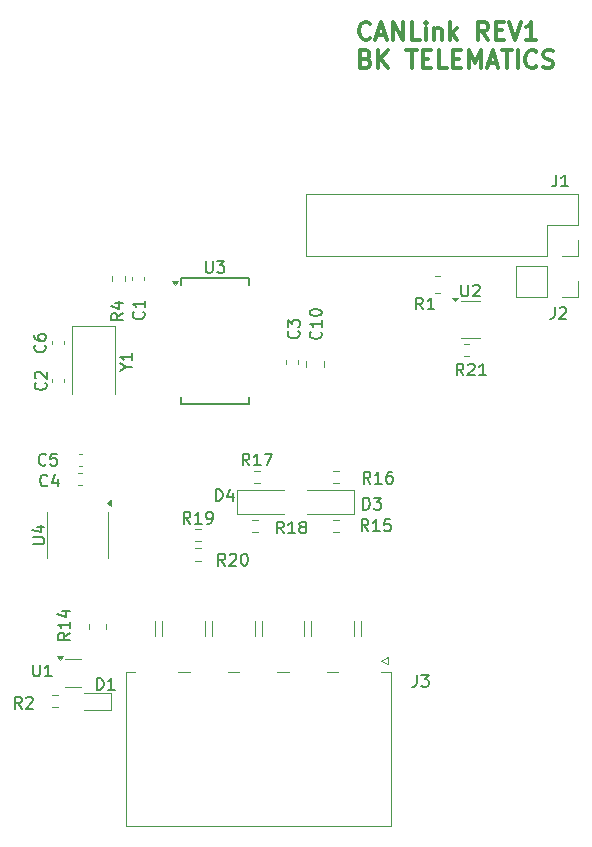
<source format=gbr>
G04 #@! TF.GenerationSoftware,KiCad,Pcbnew,9.0.0-rc2-6-ga1fa0bdb0b*
G04 #@! TF.CreationDate,2025-02-11T11:14:17+02:00*
G04 #@! TF.ProjectId,can_link_r1,63616e5f-6c69-46e6-9b5f-72312e6b6963,Rev 4*
G04 #@! TF.SameCoordinates,Original*
G04 #@! TF.FileFunction,Legend,Top*
G04 #@! TF.FilePolarity,Positive*
%FSLAX46Y46*%
G04 Gerber Fmt 4.6, Leading zero omitted, Abs format (unit mm)*
G04 Created by KiCad (PCBNEW 9.0.0-rc2-6-ga1fa0bdb0b) date 2025-02-11 11:14:17*
%MOMM*%
%LPD*%
G01*
G04 APERTURE LIST*
%ADD10C,0.300000*%
%ADD11C,0.150000*%
%ADD12C,0.120000*%
G04 APERTURE END LIST*
D10*
X173011653Y-76278013D02*
X172940225Y-76349442D01*
X172940225Y-76349442D02*
X172725939Y-76420870D01*
X172725939Y-76420870D02*
X172583082Y-76420870D01*
X172583082Y-76420870D02*
X172368796Y-76349442D01*
X172368796Y-76349442D02*
X172225939Y-76206584D01*
X172225939Y-76206584D02*
X172154510Y-76063727D01*
X172154510Y-76063727D02*
X172083082Y-75778013D01*
X172083082Y-75778013D02*
X172083082Y-75563727D01*
X172083082Y-75563727D02*
X172154510Y-75278013D01*
X172154510Y-75278013D02*
X172225939Y-75135156D01*
X172225939Y-75135156D02*
X172368796Y-74992299D01*
X172368796Y-74992299D02*
X172583082Y-74920870D01*
X172583082Y-74920870D02*
X172725939Y-74920870D01*
X172725939Y-74920870D02*
X172940225Y-74992299D01*
X172940225Y-74992299D02*
X173011653Y-75063727D01*
X173583082Y-75992299D02*
X174297368Y-75992299D01*
X173440225Y-76420870D02*
X173940225Y-74920870D01*
X173940225Y-74920870D02*
X174440225Y-76420870D01*
X174940224Y-76420870D02*
X174940224Y-74920870D01*
X174940224Y-74920870D02*
X175797367Y-76420870D01*
X175797367Y-76420870D02*
X175797367Y-74920870D01*
X177225939Y-76420870D02*
X176511653Y-76420870D01*
X176511653Y-76420870D02*
X176511653Y-74920870D01*
X177725939Y-76420870D02*
X177725939Y-75420870D01*
X177725939Y-74920870D02*
X177654511Y-74992299D01*
X177654511Y-74992299D02*
X177725939Y-75063727D01*
X177725939Y-75063727D02*
X177797368Y-74992299D01*
X177797368Y-74992299D02*
X177725939Y-74920870D01*
X177725939Y-74920870D02*
X177725939Y-75063727D01*
X178440225Y-75420870D02*
X178440225Y-76420870D01*
X178440225Y-75563727D02*
X178511654Y-75492299D01*
X178511654Y-75492299D02*
X178654511Y-75420870D01*
X178654511Y-75420870D02*
X178868797Y-75420870D01*
X178868797Y-75420870D02*
X179011654Y-75492299D01*
X179011654Y-75492299D02*
X179083083Y-75635156D01*
X179083083Y-75635156D02*
X179083083Y-76420870D01*
X179797368Y-76420870D02*
X179797368Y-74920870D01*
X179940226Y-75849442D02*
X180368797Y-76420870D01*
X180368797Y-75420870D02*
X179797368Y-75992299D01*
X183011654Y-76420870D02*
X182511654Y-75706584D01*
X182154511Y-76420870D02*
X182154511Y-74920870D01*
X182154511Y-74920870D02*
X182725940Y-74920870D01*
X182725940Y-74920870D02*
X182868797Y-74992299D01*
X182868797Y-74992299D02*
X182940226Y-75063727D01*
X182940226Y-75063727D02*
X183011654Y-75206584D01*
X183011654Y-75206584D02*
X183011654Y-75420870D01*
X183011654Y-75420870D02*
X182940226Y-75563727D01*
X182940226Y-75563727D02*
X182868797Y-75635156D01*
X182868797Y-75635156D02*
X182725940Y-75706584D01*
X182725940Y-75706584D02*
X182154511Y-75706584D01*
X183654511Y-75635156D02*
X184154511Y-75635156D01*
X184368797Y-76420870D02*
X183654511Y-76420870D01*
X183654511Y-76420870D02*
X183654511Y-74920870D01*
X183654511Y-74920870D02*
X184368797Y-74920870D01*
X184797369Y-74920870D02*
X185297369Y-76420870D01*
X185297369Y-76420870D02*
X185797369Y-74920870D01*
X187083083Y-76420870D02*
X186225940Y-76420870D01*
X186654511Y-76420870D02*
X186654511Y-74920870D01*
X186654511Y-74920870D02*
X186511654Y-75135156D01*
X186511654Y-75135156D02*
X186368797Y-75278013D01*
X186368797Y-75278013D02*
X186225940Y-75349442D01*
X172654510Y-78050072D02*
X172868796Y-78121500D01*
X172868796Y-78121500D02*
X172940225Y-78192929D01*
X172940225Y-78192929D02*
X173011653Y-78335786D01*
X173011653Y-78335786D02*
X173011653Y-78550072D01*
X173011653Y-78550072D02*
X172940225Y-78692929D01*
X172940225Y-78692929D02*
X172868796Y-78764358D01*
X172868796Y-78764358D02*
X172725939Y-78835786D01*
X172725939Y-78835786D02*
X172154510Y-78835786D01*
X172154510Y-78835786D02*
X172154510Y-77335786D01*
X172154510Y-77335786D02*
X172654510Y-77335786D01*
X172654510Y-77335786D02*
X172797368Y-77407215D01*
X172797368Y-77407215D02*
X172868796Y-77478643D01*
X172868796Y-77478643D02*
X172940225Y-77621500D01*
X172940225Y-77621500D02*
X172940225Y-77764358D01*
X172940225Y-77764358D02*
X172868796Y-77907215D01*
X172868796Y-77907215D02*
X172797368Y-77978643D01*
X172797368Y-77978643D02*
X172654510Y-78050072D01*
X172654510Y-78050072D02*
X172154510Y-78050072D01*
X173654510Y-78835786D02*
X173654510Y-77335786D01*
X174511653Y-78835786D02*
X173868796Y-77978643D01*
X174511653Y-77335786D02*
X173654510Y-78192929D01*
X176083082Y-77335786D02*
X176940225Y-77335786D01*
X176511653Y-78835786D02*
X176511653Y-77335786D01*
X177440224Y-78050072D02*
X177940224Y-78050072D01*
X178154510Y-78835786D02*
X177440224Y-78835786D01*
X177440224Y-78835786D02*
X177440224Y-77335786D01*
X177440224Y-77335786D02*
X178154510Y-77335786D01*
X179511653Y-78835786D02*
X178797367Y-78835786D01*
X178797367Y-78835786D02*
X178797367Y-77335786D01*
X180011653Y-78050072D02*
X180511653Y-78050072D01*
X180725939Y-78835786D02*
X180011653Y-78835786D01*
X180011653Y-78835786D02*
X180011653Y-77335786D01*
X180011653Y-77335786D02*
X180725939Y-77335786D01*
X181368796Y-78835786D02*
X181368796Y-77335786D01*
X181368796Y-77335786D02*
X181868796Y-78407215D01*
X181868796Y-78407215D02*
X182368796Y-77335786D01*
X182368796Y-77335786D02*
X182368796Y-78835786D01*
X183011654Y-78407215D02*
X183725940Y-78407215D01*
X182868797Y-78835786D02*
X183368797Y-77335786D01*
X183368797Y-77335786D02*
X183868797Y-78835786D01*
X184154511Y-77335786D02*
X185011654Y-77335786D01*
X184583082Y-78835786D02*
X184583082Y-77335786D01*
X185511653Y-78835786D02*
X185511653Y-77335786D01*
X187083082Y-78692929D02*
X187011654Y-78764358D01*
X187011654Y-78764358D02*
X186797368Y-78835786D01*
X186797368Y-78835786D02*
X186654511Y-78835786D01*
X186654511Y-78835786D02*
X186440225Y-78764358D01*
X186440225Y-78764358D02*
X186297368Y-78621500D01*
X186297368Y-78621500D02*
X186225939Y-78478643D01*
X186225939Y-78478643D02*
X186154511Y-78192929D01*
X186154511Y-78192929D02*
X186154511Y-77978643D01*
X186154511Y-77978643D02*
X186225939Y-77692929D01*
X186225939Y-77692929D02*
X186297368Y-77550072D01*
X186297368Y-77550072D02*
X186440225Y-77407215D01*
X186440225Y-77407215D02*
X186654511Y-77335786D01*
X186654511Y-77335786D02*
X186797368Y-77335786D01*
X186797368Y-77335786D02*
X187011654Y-77407215D01*
X187011654Y-77407215D02*
X187083082Y-77478643D01*
X187654511Y-78764358D02*
X187868797Y-78835786D01*
X187868797Y-78835786D02*
X188225939Y-78835786D01*
X188225939Y-78835786D02*
X188368797Y-78764358D01*
X188368797Y-78764358D02*
X188440225Y-78692929D01*
X188440225Y-78692929D02*
X188511654Y-78550072D01*
X188511654Y-78550072D02*
X188511654Y-78407215D01*
X188511654Y-78407215D02*
X188440225Y-78264358D01*
X188440225Y-78264358D02*
X188368797Y-78192929D01*
X188368797Y-78192929D02*
X188225939Y-78121500D01*
X188225939Y-78121500D02*
X187940225Y-78050072D01*
X187940225Y-78050072D02*
X187797368Y-77978643D01*
X187797368Y-77978643D02*
X187725939Y-77907215D01*
X187725939Y-77907215D02*
X187654511Y-77764358D01*
X187654511Y-77764358D02*
X187654511Y-77621500D01*
X187654511Y-77621500D02*
X187725939Y-77478643D01*
X187725939Y-77478643D02*
X187797368Y-77407215D01*
X187797368Y-77407215D02*
X187940225Y-77335786D01*
X187940225Y-77335786D02*
X188297368Y-77335786D01*
X188297368Y-77335786D02*
X188511654Y-77407215D01*
D11*
X144429819Y-119136904D02*
X145239342Y-119136904D01*
X145239342Y-119136904D02*
X145334580Y-119089285D01*
X145334580Y-119089285D02*
X145382200Y-119041666D01*
X145382200Y-119041666D02*
X145429819Y-118946428D01*
X145429819Y-118946428D02*
X145429819Y-118755952D01*
X145429819Y-118755952D02*
X145382200Y-118660714D01*
X145382200Y-118660714D02*
X145334580Y-118613095D01*
X145334580Y-118613095D02*
X145239342Y-118565476D01*
X145239342Y-118565476D02*
X144429819Y-118565476D01*
X144763152Y-117660714D02*
X145429819Y-117660714D01*
X144382200Y-117898809D02*
X145096485Y-118136904D01*
X145096485Y-118136904D02*
X145096485Y-117517857D01*
X145558333Y-112384580D02*
X145510714Y-112432200D01*
X145510714Y-112432200D02*
X145367857Y-112479819D01*
X145367857Y-112479819D02*
X145272619Y-112479819D01*
X145272619Y-112479819D02*
X145129762Y-112432200D01*
X145129762Y-112432200D02*
X145034524Y-112336961D01*
X145034524Y-112336961D02*
X144986905Y-112241723D01*
X144986905Y-112241723D02*
X144939286Y-112051247D01*
X144939286Y-112051247D02*
X144939286Y-111908390D01*
X144939286Y-111908390D02*
X144986905Y-111717914D01*
X144986905Y-111717914D02*
X145034524Y-111622676D01*
X145034524Y-111622676D02*
X145129762Y-111527438D01*
X145129762Y-111527438D02*
X145272619Y-111479819D01*
X145272619Y-111479819D02*
X145367857Y-111479819D01*
X145367857Y-111479819D02*
X145510714Y-111527438D01*
X145510714Y-111527438D02*
X145558333Y-111575057D01*
X146463095Y-111479819D02*
X145986905Y-111479819D01*
X145986905Y-111479819D02*
X145939286Y-111956009D01*
X145939286Y-111956009D02*
X145986905Y-111908390D01*
X145986905Y-111908390D02*
X146082143Y-111860771D01*
X146082143Y-111860771D02*
X146320238Y-111860771D01*
X146320238Y-111860771D02*
X146415476Y-111908390D01*
X146415476Y-111908390D02*
X146463095Y-111956009D01*
X146463095Y-111956009D02*
X146510714Y-112051247D01*
X146510714Y-112051247D02*
X146510714Y-112289342D01*
X146510714Y-112289342D02*
X146463095Y-112384580D01*
X146463095Y-112384580D02*
X146415476Y-112432200D01*
X146415476Y-112432200D02*
X146320238Y-112479819D01*
X146320238Y-112479819D02*
X146082143Y-112479819D01*
X146082143Y-112479819D02*
X145986905Y-112432200D01*
X145986905Y-112432200D02*
X145939286Y-112384580D01*
X147579819Y-126642857D02*
X147103628Y-126976190D01*
X147579819Y-127214285D02*
X146579819Y-127214285D01*
X146579819Y-127214285D02*
X146579819Y-126833333D01*
X146579819Y-126833333D02*
X146627438Y-126738095D01*
X146627438Y-126738095D02*
X146675057Y-126690476D01*
X146675057Y-126690476D02*
X146770295Y-126642857D01*
X146770295Y-126642857D02*
X146913152Y-126642857D01*
X146913152Y-126642857D02*
X147008390Y-126690476D01*
X147008390Y-126690476D02*
X147056009Y-126738095D01*
X147056009Y-126738095D02*
X147103628Y-126833333D01*
X147103628Y-126833333D02*
X147103628Y-127214285D01*
X147579819Y-125690476D02*
X147579819Y-126261904D01*
X147579819Y-125976190D02*
X146579819Y-125976190D01*
X146579819Y-125976190D02*
X146722676Y-126071428D01*
X146722676Y-126071428D02*
X146817914Y-126166666D01*
X146817914Y-126166666D02*
X146865533Y-126261904D01*
X146913152Y-124833333D02*
X147579819Y-124833333D01*
X146532200Y-125071428D02*
X147246485Y-125309523D01*
X147246485Y-125309523D02*
X147246485Y-124690476D01*
X152368628Y-104166190D02*
X152844819Y-104166190D01*
X151844819Y-104499523D02*
X152368628Y-104166190D01*
X152368628Y-104166190D02*
X151844819Y-103832857D01*
X152844819Y-102975714D02*
X152844819Y-103547142D01*
X152844819Y-103261428D02*
X151844819Y-103261428D01*
X151844819Y-103261428D02*
X151987676Y-103356666D01*
X151987676Y-103356666D02*
X152082914Y-103451904D01*
X152082914Y-103451904D02*
X152130533Y-103547142D01*
X162782142Y-112474819D02*
X162448809Y-111998628D01*
X162210714Y-112474819D02*
X162210714Y-111474819D01*
X162210714Y-111474819D02*
X162591666Y-111474819D01*
X162591666Y-111474819D02*
X162686904Y-111522438D01*
X162686904Y-111522438D02*
X162734523Y-111570057D01*
X162734523Y-111570057D02*
X162782142Y-111665295D01*
X162782142Y-111665295D02*
X162782142Y-111808152D01*
X162782142Y-111808152D02*
X162734523Y-111903390D01*
X162734523Y-111903390D02*
X162686904Y-111951009D01*
X162686904Y-111951009D02*
X162591666Y-111998628D01*
X162591666Y-111998628D02*
X162210714Y-111998628D01*
X163734523Y-112474819D02*
X163163095Y-112474819D01*
X163448809Y-112474819D02*
X163448809Y-111474819D01*
X163448809Y-111474819D02*
X163353571Y-111617676D01*
X163353571Y-111617676D02*
X163258333Y-111712914D01*
X163258333Y-111712914D02*
X163163095Y-111760533D01*
X164067857Y-111474819D02*
X164734523Y-111474819D01*
X164734523Y-111474819D02*
X164305952Y-112474819D01*
X173032142Y-114004819D02*
X172698809Y-113528628D01*
X172460714Y-114004819D02*
X172460714Y-113004819D01*
X172460714Y-113004819D02*
X172841666Y-113004819D01*
X172841666Y-113004819D02*
X172936904Y-113052438D01*
X172936904Y-113052438D02*
X172984523Y-113100057D01*
X172984523Y-113100057D02*
X173032142Y-113195295D01*
X173032142Y-113195295D02*
X173032142Y-113338152D01*
X173032142Y-113338152D02*
X172984523Y-113433390D01*
X172984523Y-113433390D02*
X172936904Y-113481009D01*
X172936904Y-113481009D02*
X172841666Y-113528628D01*
X172841666Y-113528628D02*
X172460714Y-113528628D01*
X173984523Y-114004819D02*
X173413095Y-114004819D01*
X173698809Y-114004819D02*
X173698809Y-113004819D01*
X173698809Y-113004819D02*
X173603571Y-113147676D01*
X173603571Y-113147676D02*
X173508333Y-113242914D01*
X173508333Y-113242914D02*
X173413095Y-113290533D01*
X174841666Y-113004819D02*
X174651190Y-113004819D01*
X174651190Y-113004819D02*
X174555952Y-113052438D01*
X174555952Y-113052438D02*
X174508333Y-113100057D01*
X174508333Y-113100057D02*
X174413095Y-113242914D01*
X174413095Y-113242914D02*
X174365476Y-113433390D01*
X174365476Y-113433390D02*
X174365476Y-113814342D01*
X174365476Y-113814342D02*
X174413095Y-113909580D01*
X174413095Y-113909580D02*
X174460714Y-113957200D01*
X174460714Y-113957200D02*
X174555952Y-114004819D01*
X174555952Y-114004819D02*
X174746428Y-114004819D01*
X174746428Y-114004819D02*
X174841666Y-113957200D01*
X174841666Y-113957200D02*
X174889285Y-113909580D01*
X174889285Y-113909580D02*
X174936904Y-113814342D01*
X174936904Y-113814342D02*
X174936904Y-113576247D01*
X174936904Y-113576247D02*
X174889285Y-113481009D01*
X174889285Y-113481009D02*
X174841666Y-113433390D01*
X174841666Y-113433390D02*
X174746428Y-113385771D01*
X174746428Y-113385771D02*
X174555952Y-113385771D01*
X174555952Y-113385771D02*
X174460714Y-113433390D01*
X174460714Y-113433390D02*
X174413095Y-113481009D01*
X174413095Y-113481009D02*
X174365476Y-113576247D01*
X166934580Y-101091666D02*
X166982200Y-101139285D01*
X166982200Y-101139285D02*
X167029819Y-101282142D01*
X167029819Y-101282142D02*
X167029819Y-101377380D01*
X167029819Y-101377380D02*
X166982200Y-101520237D01*
X166982200Y-101520237D02*
X166886961Y-101615475D01*
X166886961Y-101615475D02*
X166791723Y-101663094D01*
X166791723Y-101663094D02*
X166601247Y-101710713D01*
X166601247Y-101710713D02*
X166458390Y-101710713D01*
X166458390Y-101710713D02*
X166267914Y-101663094D01*
X166267914Y-101663094D02*
X166172676Y-101615475D01*
X166172676Y-101615475D02*
X166077438Y-101520237D01*
X166077438Y-101520237D02*
X166029819Y-101377380D01*
X166029819Y-101377380D02*
X166029819Y-101282142D01*
X166029819Y-101282142D02*
X166077438Y-101139285D01*
X166077438Y-101139285D02*
X166125057Y-101091666D01*
X166029819Y-100758332D02*
X166029819Y-100139285D01*
X166029819Y-100139285D02*
X166410771Y-100472618D01*
X166410771Y-100472618D02*
X166410771Y-100329761D01*
X166410771Y-100329761D02*
X166458390Y-100234523D01*
X166458390Y-100234523D02*
X166506009Y-100186904D01*
X166506009Y-100186904D02*
X166601247Y-100139285D01*
X166601247Y-100139285D02*
X166839342Y-100139285D01*
X166839342Y-100139285D02*
X166934580Y-100186904D01*
X166934580Y-100186904D02*
X166982200Y-100234523D01*
X166982200Y-100234523D02*
X167029819Y-100329761D01*
X167029819Y-100329761D02*
X167029819Y-100615475D01*
X167029819Y-100615475D02*
X166982200Y-100710713D01*
X166982200Y-100710713D02*
X166934580Y-100758332D01*
X159088095Y-95154819D02*
X159088095Y-95964342D01*
X159088095Y-95964342D02*
X159135714Y-96059580D01*
X159135714Y-96059580D02*
X159183333Y-96107200D01*
X159183333Y-96107200D02*
X159278571Y-96154819D01*
X159278571Y-96154819D02*
X159469047Y-96154819D01*
X159469047Y-96154819D02*
X159564285Y-96107200D01*
X159564285Y-96107200D02*
X159611904Y-96059580D01*
X159611904Y-96059580D02*
X159659523Y-95964342D01*
X159659523Y-95964342D02*
X159659523Y-95154819D01*
X160040476Y-95154819D02*
X160659523Y-95154819D01*
X160659523Y-95154819D02*
X160326190Y-95535771D01*
X160326190Y-95535771D02*
X160469047Y-95535771D01*
X160469047Y-95535771D02*
X160564285Y-95583390D01*
X160564285Y-95583390D02*
X160611904Y-95631009D01*
X160611904Y-95631009D02*
X160659523Y-95726247D01*
X160659523Y-95726247D02*
X160659523Y-95964342D01*
X160659523Y-95964342D02*
X160611904Y-96059580D01*
X160611904Y-96059580D02*
X160564285Y-96107200D01*
X160564285Y-96107200D02*
X160469047Y-96154819D01*
X160469047Y-96154819D02*
X160183333Y-96154819D01*
X160183333Y-96154819D02*
X160088095Y-96107200D01*
X160088095Y-96107200D02*
X160040476Y-96059580D01*
X159936905Y-115479819D02*
X159936905Y-114479819D01*
X159936905Y-114479819D02*
X160175000Y-114479819D01*
X160175000Y-114479819D02*
X160317857Y-114527438D01*
X160317857Y-114527438D02*
X160413095Y-114622676D01*
X160413095Y-114622676D02*
X160460714Y-114717914D01*
X160460714Y-114717914D02*
X160508333Y-114908390D01*
X160508333Y-114908390D02*
X160508333Y-115051247D01*
X160508333Y-115051247D02*
X160460714Y-115241723D01*
X160460714Y-115241723D02*
X160413095Y-115336961D01*
X160413095Y-115336961D02*
X160317857Y-115432200D01*
X160317857Y-115432200D02*
X160175000Y-115479819D01*
X160175000Y-115479819D02*
X159936905Y-115479819D01*
X161365476Y-114813152D02*
X161365476Y-115479819D01*
X161127381Y-114432200D02*
X160889286Y-115146485D01*
X160889286Y-115146485D02*
X161508333Y-115146485D01*
X153809580Y-99466666D02*
X153857200Y-99514285D01*
X153857200Y-99514285D02*
X153904819Y-99657142D01*
X153904819Y-99657142D02*
X153904819Y-99752380D01*
X153904819Y-99752380D02*
X153857200Y-99895237D01*
X153857200Y-99895237D02*
X153761961Y-99990475D01*
X153761961Y-99990475D02*
X153666723Y-100038094D01*
X153666723Y-100038094D02*
X153476247Y-100085713D01*
X153476247Y-100085713D02*
X153333390Y-100085713D01*
X153333390Y-100085713D02*
X153142914Y-100038094D01*
X153142914Y-100038094D02*
X153047676Y-99990475D01*
X153047676Y-99990475D02*
X152952438Y-99895237D01*
X152952438Y-99895237D02*
X152904819Y-99752380D01*
X152904819Y-99752380D02*
X152904819Y-99657142D01*
X152904819Y-99657142D02*
X152952438Y-99514285D01*
X152952438Y-99514285D02*
X153000057Y-99466666D01*
X153904819Y-98514285D02*
X153904819Y-99085713D01*
X153904819Y-98799999D02*
X152904819Y-98799999D01*
X152904819Y-98799999D02*
X153047676Y-98895237D01*
X153047676Y-98895237D02*
X153142914Y-98990475D01*
X153142914Y-98990475D02*
X153190533Y-99085713D01*
X188766666Y-87854819D02*
X188766666Y-88569104D01*
X188766666Y-88569104D02*
X188719047Y-88711961D01*
X188719047Y-88711961D02*
X188623809Y-88807200D01*
X188623809Y-88807200D02*
X188480952Y-88854819D01*
X188480952Y-88854819D02*
X188385714Y-88854819D01*
X189766666Y-88854819D02*
X189195238Y-88854819D01*
X189480952Y-88854819D02*
X189480952Y-87854819D01*
X189480952Y-87854819D02*
X189385714Y-87997676D01*
X189385714Y-87997676D02*
X189290476Y-88092914D01*
X189290476Y-88092914D02*
X189195238Y-88140533D01*
X143508333Y-133054819D02*
X143175000Y-132578628D01*
X142936905Y-133054819D02*
X142936905Y-132054819D01*
X142936905Y-132054819D02*
X143317857Y-132054819D01*
X143317857Y-132054819D02*
X143413095Y-132102438D01*
X143413095Y-132102438D02*
X143460714Y-132150057D01*
X143460714Y-132150057D02*
X143508333Y-132245295D01*
X143508333Y-132245295D02*
X143508333Y-132388152D01*
X143508333Y-132388152D02*
X143460714Y-132483390D01*
X143460714Y-132483390D02*
X143413095Y-132531009D01*
X143413095Y-132531009D02*
X143317857Y-132578628D01*
X143317857Y-132578628D02*
X142936905Y-132578628D01*
X143889286Y-132150057D02*
X143936905Y-132102438D01*
X143936905Y-132102438D02*
X144032143Y-132054819D01*
X144032143Y-132054819D02*
X144270238Y-132054819D01*
X144270238Y-132054819D02*
X144365476Y-132102438D01*
X144365476Y-132102438D02*
X144413095Y-132150057D01*
X144413095Y-132150057D02*
X144460714Y-132245295D01*
X144460714Y-132245295D02*
X144460714Y-132340533D01*
X144460714Y-132340533D02*
X144413095Y-132483390D01*
X144413095Y-132483390D02*
X143841667Y-133054819D01*
X143841667Y-133054819D02*
X144460714Y-133054819D01*
X149861905Y-131454819D02*
X149861905Y-130454819D01*
X149861905Y-130454819D02*
X150100000Y-130454819D01*
X150100000Y-130454819D02*
X150242857Y-130502438D01*
X150242857Y-130502438D02*
X150338095Y-130597676D01*
X150338095Y-130597676D02*
X150385714Y-130692914D01*
X150385714Y-130692914D02*
X150433333Y-130883390D01*
X150433333Y-130883390D02*
X150433333Y-131026247D01*
X150433333Y-131026247D02*
X150385714Y-131216723D01*
X150385714Y-131216723D02*
X150338095Y-131311961D01*
X150338095Y-131311961D02*
X150242857Y-131407200D01*
X150242857Y-131407200D02*
X150100000Y-131454819D01*
X150100000Y-131454819D02*
X149861905Y-131454819D01*
X151385714Y-131454819D02*
X150814286Y-131454819D01*
X151100000Y-131454819D02*
X151100000Y-130454819D01*
X151100000Y-130454819D02*
X151004762Y-130597676D01*
X151004762Y-130597676D02*
X150909524Y-130692914D01*
X150909524Y-130692914D02*
X150814286Y-130740533D01*
X180907142Y-104854819D02*
X180573809Y-104378628D01*
X180335714Y-104854819D02*
X180335714Y-103854819D01*
X180335714Y-103854819D02*
X180716666Y-103854819D01*
X180716666Y-103854819D02*
X180811904Y-103902438D01*
X180811904Y-103902438D02*
X180859523Y-103950057D01*
X180859523Y-103950057D02*
X180907142Y-104045295D01*
X180907142Y-104045295D02*
X180907142Y-104188152D01*
X180907142Y-104188152D02*
X180859523Y-104283390D01*
X180859523Y-104283390D02*
X180811904Y-104331009D01*
X180811904Y-104331009D02*
X180716666Y-104378628D01*
X180716666Y-104378628D02*
X180335714Y-104378628D01*
X181288095Y-103950057D02*
X181335714Y-103902438D01*
X181335714Y-103902438D02*
X181430952Y-103854819D01*
X181430952Y-103854819D02*
X181669047Y-103854819D01*
X181669047Y-103854819D02*
X181764285Y-103902438D01*
X181764285Y-103902438D02*
X181811904Y-103950057D01*
X181811904Y-103950057D02*
X181859523Y-104045295D01*
X181859523Y-104045295D02*
X181859523Y-104140533D01*
X181859523Y-104140533D02*
X181811904Y-104283390D01*
X181811904Y-104283390D02*
X181240476Y-104854819D01*
X181240476Y-104854819D02*
X181859523Y-104854819D01*
X182811904Y-104854819D02*
X182240476Y-104854819D01*
X182526190Y-104854819D02*
X182526190Y-103854819D01*
X182526190Y-103854819D02*
X182430952Y-103997676D01*
X182430952Y-103997676D02*
X182335714Y-104092914D01*
X182335714Y-104092914D02*
X182240476Y-104140533D01*
X160732142Y-120954819D02*
X160398809Y-120478628D01*
X160160714Y-120954819D02*
X160160714Y-119954819D01*
X160160714Y-119954819D02*
X160541666Y-119954819D01*
X160541666Y-119954819D02*
X160636904Y-120002438D01*
X160636904Y-120002438D02*
X160684523Y-120050057D01*
X160684523Y-120050057D02*
X160732142Y-120145295D01*
X160732142Y-120145295D02*
X160732142Y-120288152D01*
X160732142Y-120288152D02*
X160684523Y-120383390D01*
X160684523Y-120383390D02*
X160636904Y-120431009D01*
X160636904Y-120431009D02*
X160541666Y-120478628D01*
X160541666Y-120478628D02*
X160160714Y-120478628D01*
X161113095Y-120050057D02*
X161160714Y-120002438D01*
X161160714Y-120002438D02*
X161255952Y-119954819D01*
X161255952Y-119954819D02*
X161494047Y-119954819D01*
X161494047Y-119954819D02*
X161589285Y-120002438D01*
X161589285Y-120002438D02*
X161636904Y-120050057D01*
X161636904Y-120050057D02*
X161684523Y-120145295D01*
X161684523Y-120145295D02*
X161684523Y-120240533D01*
X161684523Y-120240533D02*
X161636904Y-120383390D01*
X161636904Y-120383390D02*
X161065476Y-120954819D01*
X161065476Y-120954819D02*
X161684523Y-120954819D01*
X162303571Y-119954819D02*
X162398809Y-119954819D01*
X162398809Y-119954819D02*
X162494047Y-120002438D01*
X162494047Y-120002438D02*
X162541666Y-120050057D01*
X162541666Y-120050057D02*
X162589285Y-120145295D01*
X162589285Y-120145295D02*
X162636904Y-120335771D01*
X162636904Y-120335771D02*
X162636904Y-120573866D01*
X162636904Y-120573866D02*
X162589285Y-120764342D01*
X162589285Y-120764342D02*
X162541666Y-120859580D01*
X162541666Y-120859580D02*
X162494047Y-120907200D01*
X162494047Y-120907200D02*
X162398809Y-120954819D01*
X162398809Y-120954819D02*
X162303571Y-120954819D01*
X162303571Y-120954819D02*
X162208333Y-120907200D01*
X162208333Y-120907200D02*
X162160714Y-120859580D01*
X162160714Y-120859580D02*
X162113095Y-120764342D01*
X162113095Y-120764342D02*
X162065476Y-120573866D01*
X162065476Y-120573866D02*
X162065476Y-120335771D01*
X162065476Y-120335771D02*
X162113095Y-120145295D01*
X162113095Y-120145295D02*
X162160714Y-120050057D01*
X162160714Y-120050057D02*
X162208333Y-120002438D01*
X162208333Y-120002438D02*
X162303571Y-119954819D01*
X165682142Y-118229819D02*
X165348809Y-117753628D01*
X165110714Y-118229819D02*
X165110714Y-117229819D01*
X165110714Y-117229819D02*
X165491666Y-117229819D01*
X165491666Y-117229819D02*
X165586904Y-117277438D01*
X165586904Y-117277438D02*
X165634523Y-117325057D01*
X165634523Y-117325057D02*
X165682142Y-117420295D01*
X165682142Y-117420295D02*
X165682142Y-117563152D01*
X165682142Y-117563152D02*
X165634523Y-117658390D01*
X165634523Y-117658390D02*
X165586904Y-117706009D01*
X165586904Y-117706009D02*
X165491666Y-117753628D01*
X165491666Y-117753628D02*
X165110714Y-117753628D01*
X166634523Y-118229819D02*
X166063095Y-118229819D01*
X166348809Y-118229819D02*
X166348809Y-117229819D01*
X166348809Y-117229819D02*
X166253571Y-117372676D01*
X166253571Y-117372676D02*
X166158333Y-117467914D01*
X166158333Y-117467914D02*
X166063095Y-117515533D01*
X167205952Y-117658390D02*
X167110714Y-117610771D01*
X167110714Y-117610771D02*
X167063095Y-117563152D01*
X167063095Y-117563152D02*
X167015476Y-117467914D01*
X167015476Y-117467914D02*
X167015476Y-117420295D01*
X167015476Y-117420295D02*
X167063095Y-117325057D01*
X167063095Y-117325057D02*
X167110714Y-117277438D01*
X167110714Y-117277438D02*
X167205952Y-117229819D01*
X167205952Y-117229819D02*
X167396428Y-117229819D01*
X167396428Y-117229819D02*
X167491666Y-117277438D01*
X167491666Y-117277438D02*
X167539285Y-117325057D01*
X167539285Y-117325057D02*
X167586904Y-117420295D01*
X167586904Y-117420295D02*
X167586904Y-117467914D01*
X167586904Y-117467914D02*
X167539285Y-117563152D01*
X167539285Y-117563152D02*
X167491666Y-117610771D01*
X167491666Y-117610771D02*
X167396428Y-117658390D01*
X167396428Y-117658390D02*
X167205952Y-117658390D01*
X167205952Y-117658390D02*
X167110714Y-117706009D01*
X167110714Y-117706009D02*
X167063095Y-117753628D01*
X167063095Y-117753628D02*
X167015476Y-117848866D01*
X167015476Y-117848866D02*
X167015476Y-118039342D01*
X167015476Y-118039342D02*
X167063095Y-118134580D01*
X167063095Y-118134580D02*
X167110714Y-118182200D01*
X167110714Y-118182200D02*
X167205952Y-118229819D01*
X167205952Y-118229819D02*
X167396428Y-118229819D01*
X167396428Y-118229819D02*
X167491666Y-118182200D01*
X167491666Y-118182200D02*
X167539285Y-118134580D01*
X167539285Y-118134580D02*
X167586904Y-118039342D01*
X167586904Y-118039342D02*
X167586904Y-117848866D01*
X167586904Y-117848866D02*
X167539285Y-117753628D01*
X167539285Y-117753628D02*
X167491666Y-117706009D01*
X167491666Y-117706009D02*
X167396428Y-117658390D01*
X145449580Y-102276666D02*
X145497200Y-102324285D01*
X145497200Y-102324285D02*
X145544819Y-102467142D01*
X145544819Y-102467142D02*
X145544819Y-102562380D01*
X145544819Y-102562380D02*
X145497200Y-102705237D01*
X145497200Y-102705237D02*
X145401961Y-102800475D01*
X145401961Y-102800475D02*
X145306723Y-102848094D01*
X145306723Y-102848094D02*
X145116247Y-102895713D01*
X145116247Y-102895713D02*
X144973390Y-102895713D01*
X144973390Y-102895713D02*
X144782914Y-102848094D01*
X144782914Y-102848094D02*
X144687676Y-102800475D01*
X144687676Y-102800475D02*
X144592438Y-102705237D01*
X144592438Y-102705237D02*
X144544819Y-102562380D01*
X144544819Y-102562380D02*
X144544819Y-102467142D01*
X144544819Y-102467142D02*
X144592438Y-102324285D01*
X144592438Y-102324285D02*
X144640057Y-102276666D01*
X144544819Y-101419523D02*
X144544819Y-101609999D01*
X144544819Y-101609999D02*
X144592438Y-101705237D01*
X144592438Y-101705237D02*
X144640057Y-101752856D01*
X144640057Y-101752856D02*
X144782914Y-101848094D01*
X144782914Y-101848094D02*
X144973390Y-101895713D01*
X144973390Y-101895713D02*
X145354342Y-101895713D01*
X145354342Y-101895713D02*
X145449580Y-101848094D01*
X145449580Y-101848094D02*
X145497200Y-101800475D01*
X145497200Y-101800475D02*
X145544819Y-101705237D01*
X145544819Y-101705237D02*
X145544819Y-101514761D01*
X145544819Y-101514761D02*
X145497200Y-101419523D01*
X145497200Y-101419523D02*
X145449580Y-101371904D01*
X145449580Y-101371904D02*
X145354342Y-101324285D01*
X145354342Y-101324285D02*
X145116247Y-101324285D01*
X145116247Y-101324285D02*
X145021009Y-101371904D01*
X145021009Y-101371904D02*
X144973390Y-101419523D01*
X144973390Y-101419523D02*
X144925771Y-101514761D01*
X144925771Y-101514761D02*
X144925771Y-101705237D01*
X144925771Y-101705237D02*
X144973390Y-101800475D01*
X144973390Y-101800475D02*
X145021009Y-101848094D01*
X145021009Y-101848094D02*
X145116247Y-101895713D01*
X188616666Y-99054819D02*
X188616666Y-99769104D01*
X188616666Y-99769104D02*
X188569047Y-99911961D01*
X188569047Y-99911961D02*
X188473809Y-100007200D01*
X188473809Y-100007200D02*
X188330952Y-100054819D01*
X188330952Y-100054819D02*
X188235714Y-100054819D01*
X189045238Y-99150057D02*
X189092857Y-99102438D01*
X189092857Y-99102438D02*
X189188095Y-99054819D01*
X189188095Y-99054819D02*
X189426190Y-99054819D01*
X189426190Y-99054819D02*
X189521428Y-99102438D01*
X189521428Y-99102438D02*
X189569047Y-99150057D01*
X189569047Y-99150057D02*
X189616666Y-99245295D01*
X189616666Y-99245295D02*
X189616666Y-99340533D01*
X189616666Y-99340533D02*
X189569047Y-99483390D01*
X189569047Y-99483390D02*
X188997619Y-100054819D01*
X188997619Y-100054819D02*
X189616666Y-100054819D01*
X145683333Y-114159580D02*
X145635714Y-114207200D01*
X145635714Y-114207200D02*
X145492857Y-114254819D01*
X145492857Y-114254819D02*
X145397619Y-114254819D01*
X145397619Y-114254819D02*
X145254762Y-114207200D01*
X145254762Y-114207200D02*
X145159524Y-114111961D01*
X145159524Y-114111961D02*
X145111905Y-114016723D01*
X145111905Y-114016723D02*
X145064286Y-113826247D01*
X145064286Y-113826247D02*
X145064286Y-113683390D01*
X145064286Y-113683390D02*
X145111905Y-113492914D01*
X145111905Y-113492914D02*
X145159524Y-113397676D01*
X145159524Y-113397676D02*
X145254762Y-113302438D01*
X145254762Y-113302438D02*
X145397619Y-113254819D01*
X145397619Y-113254819D02*
X145492857Y-113254819D01*
X145492857Y-113254819D02*
X145635714Y-113302438D01*
X145635714Y-113302438D02*
X145683333Y-113350057D01*
X146540476Y-113588152D02*
X146540476Y-114254819D01*
X146302381Y-113207200D02*
X146064286Y-113921485D01*
X146064286Y-113921485D02*
X146683333Y-113921485D01*
X145509580Y-105471666D02*
X145557200Y-105519285D01*
X145557200Y-105519285D02*
X145604819Y-105662142D01*
X145604819Y-105662142D02*
X145604819Y-105757380D01*
X145604819Y-105757380D02*
X145557200Y-105900237D01*
X145557200Y-105900237D02*
X145461961Y-105995475D01*
X145461961Y-105995475D02*
X145366723Y-106043094D01*
X145366723Y-106043094D02*
X145176247Y-106090713D01*
X145176247Y-106090713D02*
X145033390Y-106090713D01*
X145033390Y-106090713D02*
X144842914Y-106043094D01*
X144842914Y-106043094D02*
X144747676Y-105995475D01*
X144747676Y-105995475D02*
X144652438Y-105900237D01*
X144652438Y-105900237D02*
X144604819Y-105757380D01*
X144604819Y-105757380D02*
X144604819Y-105662142D01*
X144604819Y-105662142D02*
X144652438Y-105519285D01*
X144652438Y-105519285D02*
X144700057Y-105471666D01*
X144700057Y-105090713D02*
X144652438Y-105043094D01*
X144652438Y-105043094D02*
X144604819Y-104947856D01*
X144604819Y-104947856D02*
X144604819Y-104709761D01*
X144604819Y-104709761D02*
X144652438Y-104614523D01*
X144652438Y-104614523D02*
X144700057Y-104566904D01*
X144700057Y-104566904D02*
X144795295Y-104519285D01*
X144795295Y-104519285D02*
X144890533Y-104519285D01*
X144890533Y-104519285D02*
X145033390Y-104566904D01*
X145033390Y-104566904D02*
X145604819Y-105138332D01*
X145604819Y-105138332D02*
X145604819Y-104519285D01*
X144463095Y-129329819D02*
X144463095Y-130139342D01*
X144463095Y-130139342D02*
X144510714Y-130234580D01*
X144510714Y-130234580D02*
X144558333Y-130282200D01*
X144558333Y-130282200D02*
X144653571Y-130329819D01*
X144653571Y-130329819D02*
X144844047Y-130329819D01*
X144844047Y-130329819D02*
X144939285Y-130282200D01*
X144939285Y-130282200D02*
X144986904Y-130234580D01*
X144986904Y-130234580D02*
X145034523Y-130139342D01*
X145034523Y-130139342D02*
X145034523Y-129329819D01*
X146034523Y-130329819D02*
X145463095Y-130329819D01*
X145748809Y-130329819D02*
X145748809Y-129329819D01*
X145748809Y-129329819D02*
X145653571Y-129472676D01*
X145653571Y-129472676D02*
X145558333Y-129567914D01*
X145558333Y-129567914D02*
X145463095Y-129615533D01*
X176966666Y-130204819D02*
X176966666Y-130919104D01*
X176966666Y-130919104D02*
X176919047Y-131061961D01*
X176919047Y-131061961D02*
X176823809Y-131157200D01*
X176823809Y-131157200D02*
X176680952Y-131204819D01*
X176680952Y-131204819D02*
X176585714Y-131204819D01*
X177347619Y-130204819D02*
X177966666Y-130204819D01*
X177966666Y-130204819D02*
X177633333Y-130585771D01*
X177633333Y-130585771D02*
X177776190Y-130585771D01*
X177776190Y-130585771D02*
X177871428Y-130633390D01*
X177871428Y-130633390D02*
X177919047Y-130681009D01*
X177919047Y-130681009D02*
X177966666Y-130776247D01*
X177966666Y-130776247D02*
X177966666Y-131014342D01*
X177966666Y-131014342D02*
X177919047Y-131109580D01*
X177919047Y-131109580D02*
X177871428Y-131157200D01*
X177871428Y-131157200D02*
X177776190Y-131204819D01*
X177776190Y-131204819D02*
X177490476Y-131204819D01*
X177490476Y-131204819D02*
X177395238Y-131157200D01*
X177395238Y-131157200D02*
X177347619Y-131109580D01*
X172857142Y-118029819D02*
X172523809Y-117553628D01*
X172285714Y-118029819D02*
X172285714Y-117029819D01*
X172285714Y-117029819D02*
X172666666Y-117029819D01*
X172666666Y-117029819D02*
X172761904Y-117077438D01*
X172761904Y-117077438D02*
X172809523Y-117125057D01*
X172809523Y-117125057D02*
X172857142Y-117220295D01*
X172857142Y-117220295D02*
X172857142Y-117363152D01*
X172857142Y-117363152D02*
X172809523Y-117458390D01*
X172809523Y-117458390D02*
X172761904Y-117506009D01*
X172761904Y-117506009D02*
X172666666Y-117553628D01*
X172666666Y-117553628D02*
X172285714Y-117553628D01*
X173809523Y-118029819D02*
X173238095Y-118029819D01*
X173523809Y-118029819D02*
X173523809Y-117029819D01*
X173523809Y-117029819D02*
X173428571Y-117172676D01*
X173428571Y-117172676D02*
X173333333Y-117267914D01*
X173333333Y-117267914D02*
X173238095Y-117315533D01*
X174714285Y-117029819D02*
X174238095Y-117029819D01*
X174238095Y-117029819D02*
X174190476Y-117506009D01*
X174190476Y-117506009D02*
X174238095Y-117458390D01*
X174238095Y-117458390D02*
X174333333Y-117410771D01*
X174333333Y-117410771D02*
X174571428Y-117410771D01*
X174571428Y-117410771D02*
X174666666Y-117458390D01*
X174666666Y-117458390D02*
X174714285Y-117506009D01*
X174714285Y-117506009D02*
X174761904Y-117601247D01*
X174761904Y-117601247D02*
X174761904Y-117839342D01*
X174761904Y-117839342D02*
X174714285Y-117934580D01*
X174714285Y-117934580D02*
X174666666Y-117982200D01*
X174666666Y-117982200D02*
X174571428Y-118029819D01*
X174571428Y-118029819D02*
X174333333Y-118029819D01*
X174333333Y-118029819D02*
X174238095Y-117982200D01*
X174238095Y-117982200D02*
X174190476Y-117934580D01*
X180725595Y-97154819D02*
X180725595Y-97964342D01*
X180725595Y-97964342D02*
X180773214Y-98059580D01*
X180773214Y-98059580D02*
X180820833Y-98107200D01*
X180820833Y-98107200D02*
X180916071Y-98154819D01*
X180916071Y-98154819D02*
X181106547Y-98154819D01*
X181106547Y-98154819D02*
X181201785Y-98107200D01*
X181201785Y-98107200D02*
X181249404Y-98059580D01*
X181249404Y-98059580D02*
X181297023Y-97964342D01*
X181297023Y-97964342D02*
X181297023Y-97154819D01*
X181725595Y-97250057D02*
X181773214Y-97202438D01*
X181773214Y-97202438D02*
X181868452Y-97154819D01*
X181868452Y-97154819D02*
X182106547Y-97154819D01*
X182106547Y-97154819D02*
X182201785Y-97202438D01*
X182201785Y-97202438D02*
X182249404Y-97250057D01*
X182249404Y-97250057D02*
X182297023Y-97345295D01*
X182297023Y-97345295D02*
X182297023Y-97440533D01*
X182297023Y-97440533D02*
X182249404Y-97583390D01*
X182249404Y-97583390D02*
X181677976Y-98154819D01*
X181677976Y-98154819D02*
X182297023Y-98154819D01*
X168809580Y-101142857D02*
X168857200Y-101190476D01*
X168857200Y-101190476D02*
X168904819Y-101333333D01*
X168904819Y-101333333D02*
X168904819Y-101428571D01*
X168904819Y-101428571D02*
X168857200Y-101571428D01*
X168857200Y-101571428D02*
X168761961Y-101666666D01*
X168761961Y-101666666D02*
X168666723Y-101714285D01*
X168666723Y-101714285D02*
X168476247Y-101761904D01*
X168476247Y-101761904D02*
X168333390Y-101761904D01*
X168333390Y-101761904D02*
X168142914Y-101714285D01*
X168142914Y-101714285D02*
X168047676Y-101666666D01*
X168047676Y-101666666D02*
X167952438Y-101571428D01*
X167952438Y-101571428D02*
X167904819Y-101428571D01*
X167904819Y-101428571D02*
X167904819Y-101333333D01*
X167904819Y-101333333D02*
X167952438Y-101190476D01*
X167952438Y-101190476D02*
X168000057Y-101142857D01*
X168904819Y-100190476D02*
X168904819Y-100761904D01*
X168904819Y-100476190D02*
X167904819Y-100476190D01*
X167904819Y-100476190D02*
X168047676Y-100571428D01*
X168047676Y-100571428D02*
X168142914Y-100666666D01*
X168142914Y-100666666D02*
X168190533Y-100761904D01*
X167904819Y-99571428D02*
X167904819Y-99476190D01*
X167904819Y-99476190D02*
X167952438Y-99380952D01*
X167952438Y-99380952D02*
X168000057Y-99333333D01*
X168000057Y-99333333D02*
X168095295Y-99285714D01*
X168095295Y-99285714D02*
X168285771Y-99238095D01*
X168285771Y-99238095D02*
X168523866Y-99238095D01*
X168523866Y-99238095D02*
X168714342Y-99285714D01*
X168714342Y-99285714D02*
X168809580Y-99333333D01*
X168809580Y-99333333D02*
X168857200Y-99380952D01*
X168857200Y-99380952D02*
X168904819Y-99476190D01*
X168904819Y-99476190D02*
X168904819Y-99571428D01*
X168904819Y-99571428D02*
X168857200Y-99666666D01*
X168857200Y-99666666D02*
X168809580Y-99714285D01*
X168809580Y-99714285D02*
X168714342Y-99761904D01*
X168714342Y-99761904D02*
X168523866Y-99809523D01*
X168523866Y-99809523D02*
X168285771Y-99809523D01*
X168285771Y-99809523D02*
X168095295Y-99761904D01*
X168095295Y-99761904D02*
X168000057Y-99714285D01*
X168000057Y-99714285D02*
X167952438Y-99666666D01*
X167952438Y-99666666D02*
X167904819Y-99571428D01*
X152079819Y-99591666D02*
X151603628Y-99924999D01*
X152079819Y-100163094D02*
X151079819Y-100163094D01*
X151079819Y-100163094D02*
X151079819Y-99782142D01*
X151079819Y-99782142D02*
X151127438Y-99686904D01*
X151127438Y-99686904D02*
X151175057Y-99639285D01*
X151175057Y-99639285D02*
X151270295Y-99591666D01*
X151270295Y-99591666D02*
X151413152Y-99591666D01*
X151413152Y-99591666D02*
X151508390Y-99639285D01*
X151508390Y-99639285D02*
X151556009Y-99686904D01*
X151556009Y-99686904D02*
X151603628Y-99782142D01*
X151603628Y-99782142D02*
X151603628Y-100163094D01*
X151413152Y-98734523D02*
X152079819Y-98734523D01*
X151032200Y-98972618D02*
X151746485Y-99210713D01*
X151746485Y-99210713D02*
X151746485Y-98591666D01*
X172411905Y-116204819D02*
X172411905Y-115204819D01*
X172411905Y-115204819D02*
X172650000Y-115204819D01*
X172650000Y-115204819D02*
X172792857Y-115252438D01*
X172792857Y-115252438D02*
X172888095Y-115347676D01*
X172888095Y-115347676D02*
X172935714Y-115442914D01*
X172935714Y-115442914D02*
X172983333Y-115633390D01*
X172983333Y-115633390D02*
X172983333Y-115776247D01*
X172983333Y-115776247D02*
X172935714Y-115966723D01*
X172935714Y-115966723D02*
X172888095Y-116061961D01*
X172888095Y-116061961D02*
X172792857Y-116157200D01*
X172792857Y-116157200D02*
X172650000Y-116204819D01*
X172650000Y-116204819D02*
X172411905Y-116204819D01*
X173316667Y-115204819D02*
X173935714Y-115204819D01*
X173935714Y-115204819D02*
X173602381Y-115585771D01*
X173602381Y-115585771D02*
X173745238Y-115585771D01*
X173745238Y-115585771D02*
X173840476Y-115633390D01*
X173840476Y-115633390D02*
X173888095Y-115681009D01*
X173888095Y-115681009D02*
X173935714Y-115776247D01*
X173935714Y-115776247D02*
X173935714Y-116014342D01*
X173935714Y-116014342D02*
X173888095Y-116109580D01*
X173888095Y-116109580D02*
X173840476Y-116157200D01*
X173840476Y-116157200D02*
X173745238Y-116204819D01*
X173745238Y-116204819D02*
X173459524Y-116204819D01*
X173459524Y-116204819D02*
X173364286Y-116157200D01*
X173364286Y-116157200D02*
X173316667Y-116109580D01*
X157782142Y-117399819D02*
X157448809Y-116923628D01*
X157210714Y-117399819D02*
X157210714Y-116399819D01*
X157210714Y-116399819D02*
X157591666Y-116399819D01*
X157591666Y-116399819D02*
X157686904Y-116447438D01*
X157686904Y-116447438D02*
X157734523Y-116495057D01*
X157734523Y-116495057D02*
X157782142Y-116590295D01*
X157782142Y-116590295D02*
X157782142Y-116733152D01*
X157782142Y-116733152D02*
X157734523Y-116828390D01*
X157734523Y-116828390D02*
X157686904Y-116876009D01*
X157686904Y-116876009D02*
X157591666Y-116923628D01*
X157591666Y-116923628D02*
X157210714Y-116923628D01*
X158734523Y-117399819D02*
X158163095Y-117399819D01*
X158448809Y-117399819D02*
X158448809Y-116399819D01*
X158448809Y-116399819D02*
X158353571Y-116542676D01*
X158353571Y-116542676D02*
X158258333Y-116637914D01*
X158258333Y-116637914D02*
X158163095Y-116685533D01*
X159210714Y-117399819D02*
X159401190Y-117399819D01*
X159401190Y-117399819D02*
X159496428Y-117352200D01*
X159496428Y-117352200D02*
X159544047Y-117304580D01*
X159544047Y-117304580D02*
X159639285Y-117161723D01*
X159639285Y-117161723D02*
X159686904Y-116971247D01*
X159686904Y-116971247D02*
X159686904Y-116590295D01*
X159686904Y-116590295D02*
X159639285Y-116495057D01*
X159639285Y-116495057D02*
X159591666Y-116447438D01*
X159591666Y-116447438D02*
X159496428Y-116399819D01*
X159496428Y-116399819D02*
X159305952Y-116399819D01*
X159305952Y-116399819D02*
X159210714Y-116447438D01*
X159210714Y-116447438D02*
X159163095Y-116495057D01*
X159163095Y-116495057D02*
X159115476Y-116590295D01*
X159115476Y-116590295D02*
X159115476Y-116828390D01*
X159115476Y-116828390D02*
X159163095Y-116923628D01*
X159163095Y-116923628D02*
X159210714Y-116971247D01*
X159210714Y-116971247D02*
X159305952Y-117018866D01*
X159305952Y-117018866D02*
X159496428Y-117018866D01*
X159496428Y-117018866D02*
X159591666Y-116971247D01*
X159591666Y-116971247D02*
X159639285Y-116923628D01*
X159639285Y-116923628D02*
X159686904Y-116828390D01*
X177483333Y-99254819D02*
X177150000Y-98778628D01*
X176911905Y-99254819D02*
X176911905Y-98254819D01*
X176911905Y-98254819D02*
X177292857Y-98254819D01*
X177292857Y-98254819D02*
X177388095Y-98302438D01*
X177388095Y-98302438D02*
X177435714Y-98350057D01*
X177435714Y-98350057D02*
X177483333Y-98445295D01*
X177483333Y-98445295D02*
X177483333Y-98588152D01*
X177483333Y-98588152D02*
X177435714Y-98683390D01*
X177435714Y-98683390D02*
X177388095Y-98731009D01*
X177388095Y-98731009D02*
X177292857Y-98778628D01*
X177292857Y-98778628D02*
X176911905Y-98778628D01*
X178435714Y-99254819D02*
X177864286Y-99254819D01*
X178150000Y-99254819D02*
X178150000Y-98254819D01*
X178150000Y-98254819D02*
X178054762Y-98397676D01*
X178054762Y-98397676D02*
X177959524Y-98492914D01*
X177959524Y-98492914D02*
X177864286Y-98540533D01*
D12*
G04 #@! TO.C,U4*
X145685000Y-118365000D02*
X145685000Y-116415000D01*
X145685000Y-118365000D02*
X145685000Y-120315000D01*
X150805000Y-118365000D02*
X150805000Y-116415000D01*
X150805000Y-118365000D02*
X150805000Y-120315000D01*
X151040000Y-115905000D02*
X150710000Y-115665000D01*
X151040000Y-115425000D01*
X151040000Y-115905000D01*
G36*
X151040000Y-115905000D02*
G01*
X150710000Y-115665000D01*
X151040000Y-115425000D01*
X151040000Y-115905000D01*
G37*
G04 #@! TO.C,C5*
X148329420Y-111515000D02*
X148610580Y-111515000D01*
X148329420Y-112535000D02*
X148610580Y-112535000D01*
G04 #@! TO.C,R14*
X149165000Y-125872936D02*
X149165000Y-126327064D01*
X150635000Y-125872936D02*
X150635000Y-126327064D01*
G04 #@! TO.C,Y1*
X147790000Y-100640000D02*
X147790000Y-106390000D01*
X151390000Y-100640000D02*
X147790000Y-100640000D01*
X151390000Y-106390000D02*
X151390000Y-100640000D01*
G04 #@! TO.C,R17*
X163187742Y-112927500D02*
X163662258Y-112927500D01*
X163187742Y-113972500D02*
X163662258Y-113972500D01*
G04 #@! TO.C,R16*
X170337258Y-112927500D02*
X169862742Y-112927500D01*
X170337258Y-113972500D02*
X169862742Y-113972500D01*
G04 #@! TO.C,C3*
X165840000Y-103584420D02*
X165840000Y-103865580D01*
X166860000Y-103584420D02*
X166860000Y-103865580D01*
D11*
G04 #@! TO.C,U3*
X156975000Y-96625000D02*
X156975000Y-97200000D01*
X156975000Y-96625000D02*
X162725000Y-96625000D01*
X156975000Y-106700000D02*
X156975000Y-107275000D01*
X156975000Y-107275000D02*
X162725000Y-107275000D01*
X162725000Y-96625000D02*
X162725000Y-97200000D01*
X162725000Y-106700000D02*
X162725000Y-107275000D01*
D12*
X156475000Y-97200000D02*
X156235000Y-96870000D01*
X156715000Y-96870000D01*
X156475000Y-97200000D01*
G36*
X156475000Y-97200000D02*
G01*
X156235000Y-96870000D01*
X156715000Y-96870000D01*
X156475000Y-97200000D01*
G37*
G04 #@! TO.C,D4*
X161715000Y-114550000D02*
X161715000Y-116550000D01*
X161715000Y-114550000D02*
X165725000Y-114550000D01*
X161715000Y-116550000D02*
X165725000Y-116550000D01*
G04 #@! TO.C,C1*
X152840000Y-96790580D02*
X152840000Y-96509420D01*
X153860000Y-96790580D02*
X153860000Y-96509420D01*
G04 #@! TO.C,J1*
X167605000Y-89523000D02*
X167605000Y-94723000D01*
X187985000Y-92123000D02*
X187985000Y-94723000D01*
X187985000Y-94723000D02*
X167605000Y-94723000D01*
X190585000Y-89523000D02*
X167605000Y-89523000D01*
X190585000Y-89523000D02*
X190585000Y-92123000D01*
X190585000Y-92123000D02*
X187985000Y-92123000D01*
X190585000Y-93393000D02*
X190585000Y-94723000D01*
X190585000Y-94723000D02*
X189255000Y-94723000D01*
G04 #@! TO.C,R2*
X146062742Y-131912500D02*
X146537258Y-131912500D01*
X146062742Y-132957500D02*
X146537258Y-132957500D01*
G04 #@! TO.C,D1*
X148775000Y-133210000D02*
X151060000Y-133210000D01*
X151060000Y-133210000D02*
X151060000Y-131740000D01*
X151060000Y-131740000D02*
X148775000Y-131740000D01*
G04 #@! TO.C,R21*
X180912742Y-102177500D02*
X181387258Y-102177500D01*
X180912742Y-103222500D02*
X181387258Y-103222500D01*
G04 #@! TO.C,R20*
X158662258Y-120547500D02*
X158187742Y-120547500D01*
X158662258Y-119502500D02*
X158187742Y-119502500D01*
G04 #@! TO.C,R18*
X163512258Y-117077500D02*
X163037742Y-117077500D01*
X163512258Y-118122500D02*
X163037742Y-118122500D01*
G04 #@! TO.C,C6*
X146070000Y-101934420D02*
X146070000Y-102215580D01*
X147090000Y-101934420D02*
X147090000Y-102215580D01*
G04 #@! TO.C,J2*
X185385000Y-95569000D02*
X185385000Y-98229000D01*
X187985000Y-95569000D02*
X185385000Y-95569000D01*
X187985000Y-95569000D02*
X187985000Y-98229000D01*
X187985000Y-98229000D02*
X185385000Y-98229000D01*
X190585000Y-96899000D02*
X190585000Y-98229000D01*
X190585000Y-98229000D02*
X189255000Y-98229000D01*
G04 #@! TO.C,C4*
X148304420Y-113115000D02*
X148585580Y-113115000D01*
X148304420Y-114135000D02*
X148585580Y-114135000D01*
G04 #@! TO.C,C2*
X146070000Y-105445580D02*
X146070000Y-105164420D01*
X147090000Y-105445580D02*
X147090000Y-105164420D01*
G04 #@! TO.C,U1*
X146770000Y-128940000D02*
X146530000Y-128610000D01*
X147010000Y-128610000D01*
X146770000Y-128940000D01*
G36*
X146770000Y-128940000D02*
G01*
X146530000Y-128610000D01*
X147010000Y-128610000D01*
X146770000Y-128940000D01*
G37*
X147150000Y-131210000D02*
X148550000Y-131210000D01*
X147140000Y-128890000D02*
X148550000Y-128890000D01*
G04 #@! TO.C,J3*
X152315000Y-129990000D02*
X152315000Y-143010000D01*
X152315000Y-143010000D02*
X163525000Y-143010000D01*
X153125000Y-129990000D02*
X152315000Y-129990000D01*
X154825000Y-126890000D02*
X154825000Y-125610000D01*
X155425000Y-126890000D02*
X155425000Y-125610000D01*
X157715000Y-130000000D02*
X156735000Y-130000000D01*
X159025000Y-126890000D02*
X159025000Y-125610000D01*
X159625000Y-126890000D02*
X159625000Y-125610000D01*
X161915000Y-130000000D02*
X160935000Y-130000000D01*
X163225000Y-126890000D02*
X163225000Y-125610000D01*
X163825000Y-126890000D02*
X163825000Y-125610000D01*
X166115000Y-130000000D02*
X165135000Y-130000000D01*
X167425000Y-126890000D02*
X167425000Y-125610000D01*
X168025000Y-126890000D02*
X168025000Y-125610000D01*
X170315000Y-130000000D02*
X169335000Y-130000000D01*
X171625000Y-126890000D02*
X171625000Y-125610000D01*
X172225000Y-126890000D02*
X172225000Y-125610000D01*
X173925000Y-129000000D02*
X174525000Y-128700000D01*
X173925000Y-129990000D02*
X174735000Y-129990000D01*
X174525000Y-128700000D02*
X174525000Y-129300000D01*
X174525000Y-129300000D02*
X173925000Y-129000000D01*
X174735000Y-129990000D02*
X174735000Y-143010000D01*
X174735000Y-143010000D02*
X163525000Y-143010000D01*
G04 #@! TO.C,R15*
X169862742Y-117077500D02*
X170337258Y-117077500D01*
X169862742Y-118122500D02*
X170337258Y-118122500D01*
G04 #@! TO.C,U2*
X181487500Y-98540000D02*
X180687500Y-98540000D01*
X181487500Y-98540000D02*
X182287500Y-98540000D01*
X181487500Y-101660000D02*
X180687500Y-101660000D01*
X181487500Y-101660000D02*
X182287500Y-101660000D01*
X180187500Y-98590000D02*
X179947500Y-98260000D01*
X180427500Y-98260000D01*
X180187500Y-98590000D01*
G36*
X180187500Y-98590000D02*
G01*
X179947500Y-98260000D01*
X180427500Y-98260000D01*
X180187500Y-98590000D01*
G37*
G04 #@! TO.C,C10*
X167615000Y-103638748D02*
X167615000Y-104161252D01*
X169085000Y-103638748D02*
X169085000Y-104161252D01*
G04 #@! TO.C,R4*
X151177500Y-96412742D02*
X151177500Y-96887258D01*
X152222500Y-96412742D02*
X152222500Y-96887258D01*
G04 #@! TO.C,D3*
X171660000Y-114550000D02*
X167650000Y-114550000D01*
X171660000Y-116550000D02*
X167650000Y-116550000D01*
X171660000Y-116550000D02*
X171660000Y-114550000D01*
G04 #@! TO.C,R19*
X158187742Y-117852500D02*
X158662258Y-117852500D01*
X158187742Y-118897500D02*
X158662258Y-118897500D01*
G04 #@! TO.C,R1*
X178937064Y-96405000D02*
X178482936Y-96405000D01*
X178937064Y-97875000D02*
X178482936Y-97875000D01*
G04 #@! TD*
M02*

</source>
